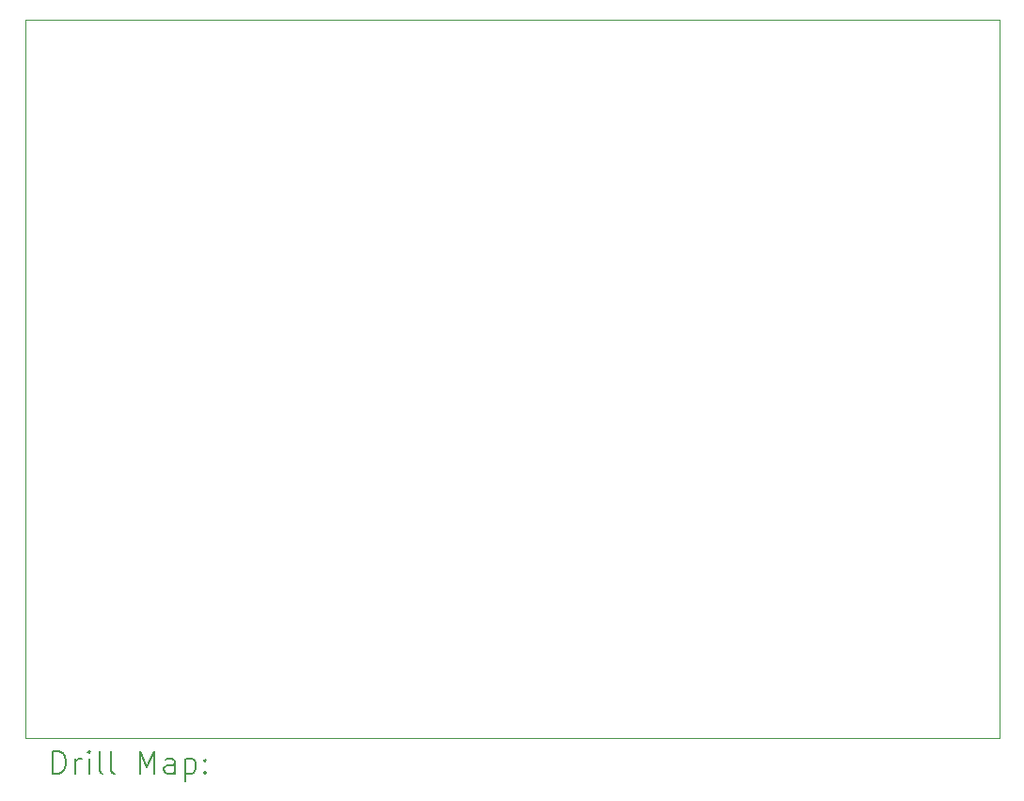
<source format=gbr>
%TF.GenerationSoftware,KiCad,Pcbnew,(6.0.9)*%
%TF.CreationDate,2023-01-04T20:07:10-05:00*%
%TF.ProjectId,Hardware-TinyPicoLoRaTrailer,48617264-7761-4726-952d-54696e795069,rev?*%
%TF.SameCoordinates,Original*%
%TF.FileFunction,Drillmap*%
%TF.FilePolarity,Positive*%
%FSLAX45Y45*%
G04 Gerber Fmt 4.5, Leading zero omitted, Abs format (unit mm)*
G04 Created by KiCad (PCBNEW (6.0.9)) date 2023-01-04 20:07:10*
%MOMM*%
%LPD*%
G01*
G04 APERTURE LIST*
%ADD10C,0.100000*%
%ADD11C,0.200000*%
G04 APERTURE END LIST*
D10*
X5825000Y-13500000D02*
X14600000Y-13500000D01*
X14600000Y-13500000D02*
X14600000Y-7025000D01*
X14600000Y-7025000D02*
X5825000Y-7025000D01*
X5825000Y-7025000D02*
X5825000Y-13500000D01*
D11*
X6077619Y-13815476D02*
X6077619Y-13615476D01*
X6125238Y-13615476D01*
X6153809Y-13625000D01*
X6172857Y-13644048D01*
X6182381Y-13663095D01*
X6191905Y-13701190D01*
X6191905Y-13729762D01*
X6182381Y-13767857D01*
X6172857Y-13786905D01*
X6153809Y-13805952D01*
X6125238Y-13815476D01*
X6077619Y-13815476D01*
X6277619Y-13815476D02*
X6277619Y-13682143D01*
X6277619Y-13720238D02*
X6287143Y-13701190D01*
X6296667Y-13691667D01*
X6315714Y-13682143D01*
X6334762Y-13682143D01*
X6401428Y-13815476D02*
X6401428Y-13682143D01*
X6401428Y-13615476D02*
X6391905Y-13625000D01*
X6401428Y-13634524D01*
X6410952Y-13625000D01*
X6401428Y-13615476D01*
X6401428Y-13634524D01*
X6525238Y-13815476D02*
X6506190Y-13805952D01*
X6496667Y-13786905D01*
X6496667Y-13615476D01*
X6630000Y-13815476D02*
X6610952Y-13805952D01*
X6601428Y-13786905D01*
X6601428Y-13615476D01*
X6858571Y-13815476D02*
X6858571Y-13615476D01*
X6925238Y-13758333D01*
X6991905Y-13615476D01*
X6991905Y-13815476D01*
X7172857Y-13815476D02*
X7172857Y-13710714D01*
X7163333Y-13691667D01*
X7144286Y-13682143D01*
X7106190Y-13682143D01*
X7087143Y-13691667D01*
X7172857Y-13805952D02*
X7153809Y-13815476D01*
X7106190Y-13815476D01*
X7087143Y-13805952D01*
X7077619Y-13786905D01*
X7077619Y-13767857D01*
X7087143Y-13748809D01*
X7106190Y-13739286D01*
X7153809Y-13739286D01*
X7172857Y-13729762D01*
X7268095Y-13682143D02*
X7268095Y-13882143D01*
X7268095Y-13691667D02*
X7287143Y-13682143D01*
X7325238Y-13682143D01*
X7344286Y-13691667D01*
X7353809Y-13701190D01*
X7363333Y-13720238D01*
X7363333Y-13777381D01*
X7353809Y-13796428D01*
X7344286Y-13805952D01*
X7325238Y-13815476D01*
X7287143Y-13815476D01*
X7268095Y-13805952D01*
X7449048Y-13796428D02*
X7458571Y-13805952D01*
X7449048Y-13815476D01*
X7439524Y-13805952D01*
X7449048Y-13796428D01*
X7449048Y-13815476D01*
X7449048Y-13691667D02*
X7458571Y-13701190D01*
X7449048Y-13710714D01*
X7439524Y-13701190D01*
X7449048Y-13691667D01*
X7449048Y-13710714D01*
M02*

</source>
